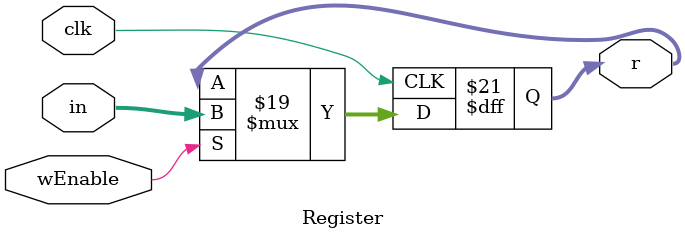
<source format=v>

module Register(in, wEnable, clk, r);
	 input [15:0] in;
	 input clk, wEnable;
	 output reg [15:0] r;
	 
 always @( posedge clk )
	begin			
		if (wEnable)
			begin
				r <= in;
			end
		else
			begin
				r <= r;
			end
	end
endmodule

// Register file, allows reading and writing from 16 registers.
module regfile(readA, readB, selectA, selectB, writeValue, writeSelect, writeEnable, clock);

// Output ports A and B
output reg [15:0] readA, readB;

// Value to write to register
input[15:0] writeValue;

// Enable writing to register
input writeEnable;

// Which register to read/write to/from.
input[3:0] writeSelect, selectA, selectB;

// Clock signal
input clock;

reg [15:0] regEnable;

// Create a decoder to enable registers.
decoder decoder0(writeSelect, writeEnable, regEnable);

// Bank of registers
Register Inst0(write, regEnable[0], clock, r0);
Register Inst1(write, regEnable[1], clock, r1);
Register Inst2(write, regEnable[2], clock, r2);
Register Inst3(write, regEnable[3], clock, r3);
Register Inst4(write, regEnable[4], clock, r4);
Register Inst5(write, regEnable[5], clock, r5);
Register Inst6(write, regEnable[6], clock, r6);
Register Inst7(write, regEnable[7], clock, r7);
Register Inst8(write, regEnable[8], clock, r8);
Register Inst9(write, regEnable[9], clock, r9);
Register Inst10(write, regEnable[10], clock, r10);
Register Inst11(write, regEnable[11], clock, r11);
Register Inst12(write, regEnable[12], clock, r12);
Register Inst13(write, regEnable[13], clock, r13);
Register Inst14(write, regEnable[14], clock, r14);
Register Inst15(write, regEnable[15], clock, r15); 

endmodule
</source>
